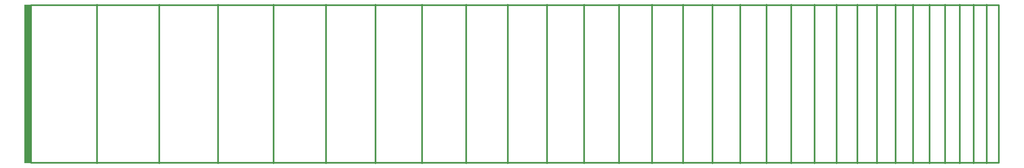
<source format=gbr>
G04 EAGLE Gerber RS-274X export*
G75*
%MOMM*%
%FSLAX34Y34*%
%LPD*%
%INSilkscreen Top*%
%IPPOS*%
%AMOC8*
5,1,8,0,0,1.08239X$1,22.5*%
G01*
%ADD10C,0.812800*%
%ADD11R,3.556000X82.550000*%


D10*
X4952994Y1071562D02*
X4952994Y246380D01*
X3786694Y246380D02*
X3786694Y1071562D01*
X5382098Y1071562D02*
X5382098Y246380D01*
X5305896Y246380D02*
X5305896Y1071562D01*
X5521913Y1071562D02*
X5521913Y246380D01*
X5454025Y246380D02*
X5454025Y1071562D01*
X5225160Y1071562D02*
X5225160Y246380D01*
X5139625Y246380D02*
X5139625Y1071562D01*
X5049002Y1071562D02*
X5049002Y246380D01*
X3948166Y246380D02*
X3948166Y1071562D01*
X3615625Y1071562D02*
X3615625Y246380D01*
X3434382Y246380D02*
X3434382Y1071562D01*
X3242359Y1071562D02*
X3242359Y246380D01*
X3038923Y246380D02*
X3038923Y1071562D01*
X2823384Y1071562D02*
X2823384Y246380D01*
X2595032Y246380D02*
X2595032Y1071562D01*
X2353100Y1071562D02*
X2353100Y246380D01*
X1232708Y246380D02*
X1232708Y1071562D01*
X909768Y1071562D02*
X909768Y246380D01*
X4851274Y246380D02*
X4851274Y1071562D01*
X1537519Y1071562D02*
X1537519Y246380D01*
X4508363Y246380D02*
X4508363Y1071562D01*
X4380205Y1071562D02*
X4380205Y246380D01*
X4244427Y246380D02*
X4244427Y1071562D01*
X4100574Y1071562D02*
X4100574Y246380D01*
X2096786Y246380D02*
X2096786Y1071562D01*
X1825226Y1071562D02*
X1825226Y246380D01*
X567626Y248920D02*
X567626Y1069340D01*
X5584126Y1069340D02*
X5584126Y248920D01*
X5584126Y1069340D02*
X567626Y1069340D01*
X4743504Y1071562D02*
X4743504Y246380D01*
X4629331Y246380D02*
X4629331Y1071562D01*
X5584126Y248920D02*
X567626Y248920D01*
D11*
X551180Y659130D03*
M02*

</source>
